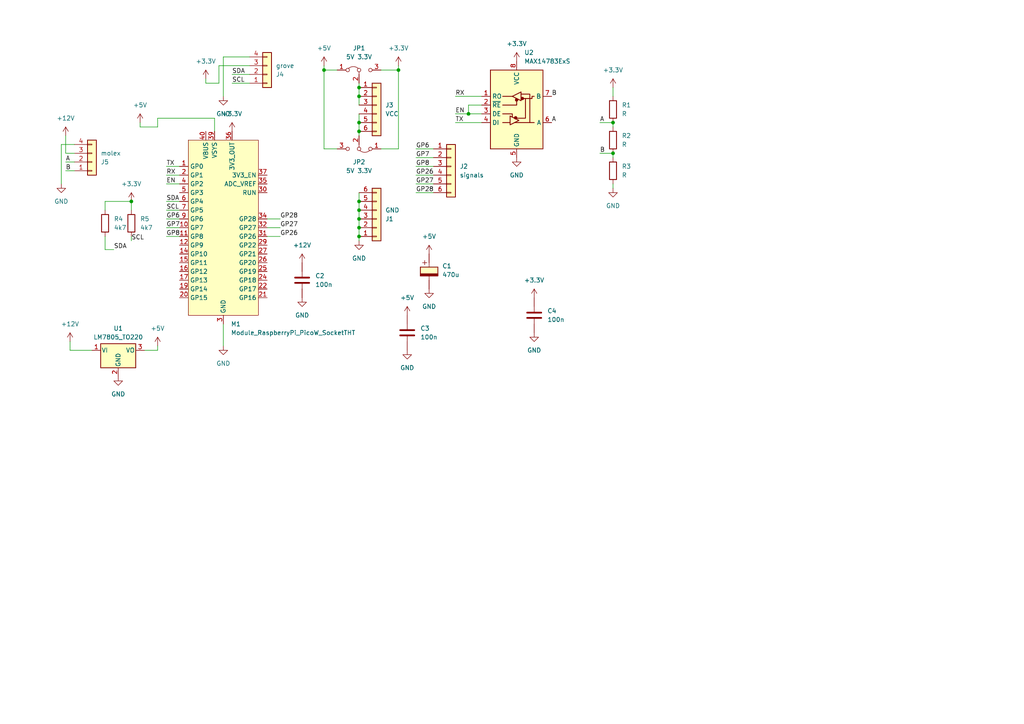
<source format=kicad_sch>
(kicad_sch (version 20230121) (generator eeschema)
  (paper "A4")
  (lib_symbols
    (symbol "Connector_Generic:Conn_01x04" (pin_names (offset 1.016) hide)
      (property "Reference" "J" (at 0 5.08 0))
      (property "Value" "Conn_01x04" (at 0 -7.62 0))
      (symbol "Conn_01x04_1_1"
        (rectangle (start -1.27 -4.953) (end 0 -5.207) (stroke (width 0.1524)))
        (rectangle (start -1.27 -2.413) (end 0 -2.667) (stroke (width 0.1524)))
        (rectangle (start -1.27 0.127) (end 0 -0.127) (stroke (width 0.1524)))
        (rectangle (start -1.27 2.667) (end 0 2.413) (stroke (width 0.1524)))
        (rectangle (start -1.27 3.81) (end 1.27 -6.35) (stroke (width 0.254)) (fill (type background)))
        (pin passive line (at -5.08 2.54 0) (length 3.81) (name "Pin_1") (number "1"))
        (pin passive line (at -5.08 0 0) (length 3.81) (name "Pin_2") (number "2"))
        (pin passive line (at -5.08 -2.54 0) (length 3.81) (name "Pin_3") (number "3"))
        (pin passive line (at -5.08 -5.08 0) (length 3.81) (name "Pin_4") (number "4"))
      )
    )
    (symbol "Connector_Generic:Conn_01x06" (pin_names (offset 1.016) hide)
      (property "Reference" "J" (at 0 7.62 0))
      (property "Value" "Conn_01x06" (at 0 -10.16 0))
      (symbol "Conn_01x06_1_1"
        (rectangle (start -1.27 -7.493) (end 0 -7.747) (stroke (width 0.1524)))
        (rectangle (start -1.27 -4.953) (end 0 -5.207) (stroke (width 0.1524)))
        (rectangle (start -1.27 -2.413) (end 0 -2.667) (stroke (width 0.1524)))
        (rectangle (start -1.27 0.127) (end 0 -0.127) (stroke (width 0.1524)))
        (rectangle (start -1.27 2.667) (end 0 2.413) (stroke (width 0.1524)))
        (rectangle (start -1.27 5.207) (end 0 4.953) (stroke (width 0.1524)))
        (rectangle (start -1.27 6.35) (end 1.27 -8.89) (stroke (width 0.254)) (fill (type background)))
        (pin passive line (at -5.08 5.08 0) (length 3.81) (name "Pin_1") (number "1"))
        (pin passive line (at -5.08 2.54 0) (length 3.81) (name "Pin_2") (number "2"))
        (pin passive line (at -5.08 0 0) (length 3.81) (name "Pin_3") (number "3"))
        (pin passive line (at -5.08 -2.54 0) (length 3.81) (name "Pin_4") (number "4"))
        (pin passive line (at -5.08 -5.08 0) (length 3.81) (name "Pin_5") (number "5"))
        (pin passive line (at -5.08 -7.62 0) (length 3.81) (name "Pin_6") (number "6"))
      )
    )
    (symbol "Device:R" (pin_numbers hide) (pin_names (offset 0))
      (property "Reference" "R" (at 2.032 0 90))
      (property "Value" "R" (at 0 0 90))
      (symbol "R_0_1"
        (rectangle (start -1.016 -2.54) (end 1.016 2.54) (stroke (width 0.254)))
      )
      (symbol "R_1_1"
        (pin passive line (at 0 3.81 270) (length 1.27) (name "~") (number "1"))
        (pin passive line (at 0 -3.81 90) (length 1.27) (name "~") (number "2"))
      )
    )
    (symbol "Interface_UART:MAX14783ExS"
      (property "Reference" "U" (at -6.096 11.43 0))
      (property "Value" "MAX14783ExS" (at 0.762 11.43 0))
      (symbol "MAX14783ExS_0_1"
        (rectangle (start -7.62 10.16) (end 7.62 -12.7) (stroke (width 0.254)) (fill (type background)))
        (circle (center -0.3048 -3.683) (radius 0.3556) (stroke (width 0.254)) (fill (type outline)))
        (circle (center -0.0254 1.4986) (radius 0.3556) (stroke (width 0.254)) (fill (type outline)))
        (polyline (pts (xy -4.064 -5.08) (xy -1.905 -5.08)) (stroke (width 0.254)))
        (polyline (pts (xy -4.064 2.54) (xy -1.27 2.54)) (stroke (width 0.254)))
        (polyline (pts (xy -1.27 -3.2004) (xy -1.27 -3.4544)) (stroke (width 0.254)))
        (polyline (pts (xy -0.635 -5.08) (xy 5.08 -5.08)) (stroke (width 0.254)))
        (polyline (pts (xy -4.064 -2.54) (xy -1.27 -2.54) (xy -1.27 -3.175)) (stroke (width 0.254)))
        (polyline (pts (xy 0 1.27) (xy 0 0) (xy -4.064 0)) (stroke (width 0.254)))
        (polyline (pts (xy 1.27 3.175) (xy 3.81 3.175) (xy 3.81 -5.08)) (stroke (width 0.254)))
        (polyline (pts (xy 2.54 1.905) (xy 2.54 -3.81) (xy 0 -3.81)) (stroke (width 0.254)))
        (polyline (pts (xy -1.905 -3.175) (xy -1.905 -5.715) (xy 0.635 -4.445) (xy -1.905 -3.175)) (stroke (width 0.254)))
        (polyline (pts (xy -1.27 2.54) (xy 1.27 3.81) (xy 1.27 1.27) (xy -1.27 2.54)) (stroke (width 0.254)))
        (polyline (pts (xy 1.905 1.905) (xy 4.445 1.905) (xy 4.445 2.54) (xy 5.08 2.54)) (stroke (width 0.254)))
        (rectangle (start 1.27 3.175) (end 1.27 3.175))
        (circle (center 1.651 1.905) (radius 0.3556) (stroke (width 0.254)) (fill (type outline)))
      )
      (symbol "MAX14783ExS_1_1"
        (pin output line (at -10.16 2.54 0) (length 2.54) (name "RO") (number "1"))
        (pin input line (at -10.16 0 0) (length 2.54) (name "~{RE}") (number "2"))
        (pin input line (at -10.16 -2.54 0) (length 2.54) (name "DE") (number "3"))
        (pin input line (at -10.16 -5.08 0) (length 2.54) (name "DI") (number "4"))
        (pin power_in line (at 0 -15.24 90) (length 2.54) (name "GND") (number "5"))
        (pin bidirectional line (at 10.16 -5.08 180) (length 2.54) (name "A") (number "6"))
        (pin bidirectional line (at 10.16 2.54 180) (length 2.54) (name "B") (number "7"))
        (pin power_in line (at 0 12.7 270) (length 2.54) (name "VCC") (number "8"))
      )
    )
    (symbol "Jumper:Jumper_3_Bridged12" (pin_names (offset 0) hide)
      (property "Reference" "JP" (at -2.54 -2.54 0))
      (property "Value" "Jumper_3_Bridged12" (at 0 2.794 0))
      (symbol "Jumper_3_Bridged12_0_0"
        (circle (center -3.302 0) (radius 0.508))
        (circle (center 0 0) (radius 0.508))
        (circle (center 3.302 0) (radius 0.508))
      )
      (symbol "Jumper_3_Bridged12_0_1"
        (arc (start -0.254 0.508) (mid -1.651 0.9912) (end -3.048 0.508))
        (polyline (pts (xy 0 -1.27) (xy 0 -0.508)))
      )
      (symbol "Jumper_3_Bridged12_1_1"
        (pin passive line (at -6.35 0 0) (length 2.54) (name "A") (number "1"))
        (pin passive line (at 0 -3.81 90) (length 2.54) (name "C") (number "2"))
        (pin passive line (at 6.35 0 180) (length 2.54) (name "B") (number "3"))
      )
    )
    (symbol "Regulator_Linear:LM7805_TO220" (pin_names (offset 0.254))
      (property "Reference" "U" (at -3.81 3.175 0))
      (property "Value" "LM7805_TO220" (at 0 3.175 0))
      (symbol "LM7805_TO220_0_1"
        (rectangle (start -5.08 1.905) (end 5.08 -5.08) (stroke (width 0.254)) (fill (type background)))
      )
      (symbol "LM7805_TO220_1_1"
        (pin power_in line (at -7.62 0 0) (length 2.54) (name "VI") (number "1"))
        (pin power_in line (at 0 -7.62 90) (length 2.54) (name "GND") (number "2"))
        (pin power_out line (at 7.62 0 180) (length 2.54) (name "VO") (number "3"))
      )
    )
    (symbol "fab:CP_Elec_D8.0mm" (pin_numbers hide)
      (property "Reference" "C" (at 1.27 2.54 0))
      (property "Value" "CP_Elec_D8.0mm" (at 1.27 -2.54 0))
      (symbol "CP_Elec_D8.0mm_0_1"
        (rectangle (start -2.54 -0.635) (end 2.54 -1.27) (fill (type outline)))
        (polyline (pts (xy -1.27 1.905) (xy -1.27 3.175)))
        (polyline (pts (xy -0.635 2.54) (xy -1.905 2.54)))
        (polyline (pts (xy 0 -1.27) (xy 0 -2.54)))
        (polyline (pts (xy 0 2.54) (xy 0 1.27)))
        (polyline (pts (xy -2.54 -1.27) (xy -2.54 1.27) (xy 2.54 1.27) (xy 2.54 -1.27) (xy -2.54 -1.27)) (stroke (width 0.254)) (fill (type background)))
      )
      (symbol "CP_Elec_D8.0mm_1_1"
        (pin passive line (at 0 5.08 270) (length 2.54) (name "~") (number "1"))
        (pin passive line (at 0 -5.08 90) (length 2.54) (name "~") (number "2"))
      )
    )
    (symbol "fab:C_1206" (pin_numbers hide)
      (property "Reference" "C" (at 0.635 2.54 0))
      (property "Value" "C_1206" (at 0.635 -2.54 0))
      (symbol "C_1206_0_1"
        (polyline (pts (xy -2.032 -0.762) (xy 2.032 -0.762)) (stroke (width 0.508)))
        (polyline (pts (xy -2.032 0.762) (xy 2.032 0.762)) (stroke (width 0.508)))
        (polyline (pts (xy 0 -0.635) (xy 0 -2.54)))
        (polyline (pts (xy 0 0.635) (xy 0 2.54)))
      )
      (symbol "C_1206_1_1"
        (pin passive line (at 0 5.08 270) (length 2.54) (name "~") (number "1"))
        (pin passive line (at 0 -5.08 90) (length 2.54) (name "~") (number "2"))
      )
    )
    (symbol "fab:Module_RaspberryPi_PicoW_SocketTHT"
      (property "Reference" "M" (at 0 0 0))
      (property "Value" "Module_RaspberryPi_PicoW_SocketTHT" (at 0 0 0))
      (symbol "Module_RaspberryPi_PicoW_SocketTHT_1_1"
        (rectangle (start -10.16 25.4) (end 10.16 -25.4) (fill (type background)))
        (pin bidirectional line (at -12.7 17.78 0) (length 2.54) (name "GP0") (number "1"))
        (pin bidirectional line (at -12.7 0 0) (length 2.54) (name "GP7") (number "10"))
        (pin bidirectional line (at -12.7 -2.54 0) (length 2.54) (name "GP8") (number "11"))
        (pin bidirectional line (at -12.7 -5.08 0) (length 2.54) (name "GP9") (number "12"))
        (pin passive line (at 0 -27.94 90) (length 2.54) hide (name "GND") (number "13"))
        (pin bidirectional line (at -12.7 -7.62 0) (length 2.54) (name "GP10") (number "14"))
        (pin bidirectional line (at -12.7 -10.16 0) (length 2.54) (name "GP11") (number "15"))
        (pin bidirectional line (at -12.7 -12.7 0) (length 2.54) (name "GP12") (number "16"))
        (pin bidirectional line (at -12.7 -15.24 0) (length 2.54) (name "GP13") (number "17"))
        (pin passive line (at 0 -27.94 90) (length 2.54) hide (name "GND") (number "18"))
        (pin bidirectional line (at -12.7 -17.78 0) (length 2.54) (name "GP14") (number "19"))
        (pin bidirectional line (at -12.7 15.24 0) (length 2.54) (name "GP1") (number "2"))
        (pin bidirectional line (at -12.7 -20.32 0) (length 2.54) (name "GP15") (number "20"))
        (pin bidirectional line (at 12.7 -20.32 180) (length 2.54) (name "GP16") (number "21"))
        (pin bidirectional line (at 12.7 -17.78 180) (length 2.54) (name "GP17") (number "22"))
        (pin passive line (at 0 -27.94 90) (length 2.54) hide (name "GND") (number "23"))
        (pin bidirectional line (at 12.7 -15.24 180) (length 2.54) (name "GP18") (number "24"))
        (pin bidirectional line (at 12.7 -12.7 180) (length 2.54) (name "GP19") (number "25"))
        (pin bidirectional line (at 12.7 -10.16 180) (length 2.54) (name "GP20") (number "26"))
        (pin bidirectional line (at 12.7 -7.62 180) (length 2.54) (name "GP21") (number "27"))
        (pin passive line (at 0 -27.94 90) (length 2.54) hide (name "GND") (number "28"))
        (pin bidirectional line (at 12.7 -5.08 180) (length 2.54) (name "GP22") (number "29"))
        (pin power_in line (at 0 -27.94 90) (length 2.54) (name "GND") (number "3"))
        (pin input line (at 12.7 10.16 180) (length 2.54) (name "RUN") (number "30"))
        (pin bidirectional line (at 12.7 -2.54 180) (length 2.54) (name "GP26") (number "31"))
        (pin bidirectional line (at 12.7 0 180) (length 2.54) (name "GP27") (number "32"))
        (pin passive line (at 0 -27.94 90) (length 2.54) hide (name "GND") (number "33"))
        (pin bidirectional line (at 12.7 2.54 180) (length 2.54) (name "GP28") (number "34"))
        (pin input line (at 12.7 12.7 180) (length 2.54) (name "ADC_VREF") (number "35"))
        (pin power_in line (at 2.54 27.94 270) (length 2.54) (name "3V3_OUT") (number "36"))
        (pin input line (at 12.7 15.24 180) (length 2.54) (name "3V3_EN") (number "37"))
        (pin passive line (at 0 -27.94 90) (length 2.54) hide (name "GND") (number "38"))
        (pin power_in line (at -2.54 27.94 270) (length 2.54) (name "VSYS") (number "39"))
        (pin bidirectional line (at -12.7 12.7 0) (length 2.54) (name "GP2") (number "4"))
        (pin power_in line (at -5.08 27.94 270) (length 2.54) (name "VBUS") (number "40"))
        (pin bidirectional line (at -12.7 10.16 0) (length 2.54) (name "GP3") (number "5"))
        (pin bidirectional line (at -12.7 7.62 0) (length 2.54) (name "GP4") (number "6"))
        (pin bidirectional line (at -12.7 5.08 0) (length 2.54) (name "GP5") (number "7"))
        (pin passive line (at 0 -27.94 90) (length 2.54) hide (name "GND") (number "8"))
        (pin bidirectional line (at -12.7 2.54 0) (length 2.54) (name "GP6") (number "9"))
      )
    )
    (symbol "power:+12V" (power) (pin_names (offset 0))
      (property "Value" "+12V" (at 0 3.556 0))
      (symbol "+12V_0_1"
        (polyline (pts (xy -0.762 1.27) (xy 0 2.54)))
        (polyline (pts (xy 0 0) (xy 0 2.54)))
        (polyline (pts (xy 0 2.54) (xy 0.762 1.27)))
      )
      (symbol "+12V_1_1"
        (pin power_in line (at 0 0 90) (length 0) hide (name "+12V") (number "1"))
      )
    )
    (symbol "power:+3.3V" (power) (pin_names (offset 0))
      (property "Value" "+3.3V" (at 0 3.556 0))
      (symbol "+3.3V_0_1"
        (polyline (pts (xy -0.762 1.27) (xy 0 2.54)))
        (polyline (pts (xy 0 0) (xy 0 2.54)))
        (polyline (pts (xy 0 2.54) (xy 0.762 1.27)))
      )
      (symbol "+3.3V_1_1"
        (pin power_in line (at 0 0 90) (length 0) hide (name "+3.3V") (number "1"))
      )
    )
    (symbol "power:+5V" (power) (pin_names (offset 0))
      (property "Value" "+5V" (at 0 3.556 0))
      (symbol "+5V_0_1"
        (polyline (pts (xy -0.762 1.27) (xy 0 2.54)))
        (polyline (pts (xy 0 0) (xy 0 2.54)))
        (polyline (pts (xy 0 2.54) (xy 0.762 1.27)))
      )
      (symbol "+5V_1_1"
        (pin power_in line (at 0 0 90) (length 0) hide (name "+5V") (number "1"))
      )
    )
    (symbol "power:GND" (power) (pin_names (offset 0))
      (property "Value" "GND" (at 0 -3.81 0))
      (symbol "GND_0_1"
        (polyline (pts (xy 0 0) (xy 0 -1.27) (xy 1.27 -1.27) (xy 0 -2.54) (xy -1.27 -1.27) (xy 0 -1.27)))
      )
      (symbol "GND_1_1"
        (pin power_in line (at 0 0 270) (length 0) hide (name "GND") (number "1"))
      )
    )
  )
  (junction (at 104.14 58.42))
  (junction (at 115.57 20.32))
  (junction (at 93.98 20.32))
  (junction (at 38.1 58.42))
  (junction (at 104.14 27.94))
  (junction (at 177.8 35.56))
  (junction (at 104.14 35.56))
  (junction (at 104.14 63.5))
  (junction (at 104.14 25.4))
  (junction (at 104.14 66.04))
  (junction (at 104.14 38.1))
  (junction (at 135.89 33.02))
  (junction (at 104.14 60.96))
  (junction (at 177.8 44.45))
  (junction (at 104.14 68.58))
  (wire (pts (xy 104.14 55.88) (xy 104.14 58.42)))
  (wire (pts (xy 67.31 24.13) (xy 72.39 24.13)))
  (wire (pts (xy 77.47 63.5) (xy 81.28 63.5)))
  (wire (pts (xy 19.05 46.99) (xy 21.59 46.99)))
  (wire (pts (xy 120.65 48.26) (xy 125.73 48.26)))
  (wire (pts (xy 120.65 45.72) (xy 125.73 45.72)))
  (wire (pts (xy 173.99 44.45) (xy 177.8 44.45)))
  (wire (pts (xy 26.67 101.6) (xy 20.32 101.6)))
  (wire (pts (xy 48.26 58.42) (xy 52.07 58.42)))
  (wire (pts (xy 132.08 27.94) (xy 139.7 27.94)))
  (wire (pts (xy 135.89 30.48) (xy 139.7 30.48)))
  (wire (pts (xy 30.48 58.42) (xy 38.1 58.42)))
  (wire (pts (xy 104.14 60.96) (xy 104.14 63.5)))
  (wire (pts (xy 30.48 68.58) (xy 30.48 72.39)))
  (wire (pts (xy 19.05 49.53) (xy 21.59 49.53)))
  (wire (pts (xy 17.78 41.91) (xy 17.78 53.34)))
  (wire (pts (xy 40.64 35.56) (xy 40.64 36.83)))
  (wire (pts (xy 64.77 16.51) (xy 72.39 16.51)))
  (wire (pts (xy 115.57 43.18) (xy 115.57 20.32)))
  (wire (pts (xy 45.72 34.29) (xy 62.23 34.29)))
  (wire (pts (xy 173.99 35.56) (xy 177.8 35.56)))
  (wire (pts (xy 77.47 68.58) (xy 81.28 68.58)))
  (wire (pts (xy 97.79 20.32) (xy 93.98 20.32)))
  (wire (pts (xy 120.65 43.18) (xy 125.73 43.18)))
  (wire (pts (xy 19.05 39.37) (xy 19.05 44.45)))
  (wire (pts (xy 120.65 50.8) (xy 125.73 50.8)))
  (wire (pts (xy 104.14 27.94) (xy 104.14 30.48)))
  (wire (pts (xy 21.59 44.45) (xy 19.05 44.45)))
  (wire (pts (xy 110.49 20.32) (xy 115.57 20.32)))
  (wire (pts (xy 48.26 63.5) (xy 52.07 63.5)))
  (wire (pts (xy 104.14 24.13) (xy 104.14 25.4)))
  (wire (pts (xy 93.98 20.32) (xy 93.98 43.18)))
  (wire (pts (xy 77.47 66.04) (xy 81.28 66.04)))
  (wire (pts (xy 177.8 35.56) (xy 177.8 36.83)))
  (wire (pts (xy 104.14 35.56) (xy 104.14 38.1)))
  (wire (pts (xy 45.72 100.33) (xy 45.72 101.6)))
  (wire (pts (xy 45.72 36.83) (xy 40.64 36.83)))
  (wire (pts (xy 48.26 53.34) (xy 52.07 53.34)))
  (wire (pts (xy 177.8 53.34) (xy 177.8 54.61)))
  (wire (pts (xy 104.14 58.42) (xy 104.14 60.96)))
  (wire (pts (xy 64.77 93.98) (xy 64.77 100.33)))
  (wire (pts (xy 67.31 21.59) (xy 72.39 21.59)))
  (wire (pts (xy 59.69 22.86) (xy 59.69 24.13)))
  (wire (pts (xy 115.57 19.05) (xy 115.57 20.32)))
  (wire (pts (xy 20.32 99.06) (xy 20.32 101.6)))
  (wire (pts (xy 48.26 48.26) (xy 52.07 48.26)))
  (wire (pts (xy 63.5 24.13) (xy 63.5 19.05)))
  (wire (pts (xy 177.8 44.45) (xy 177.8 45.72)))
  (wire (pts (xy 135.89 33.02) (xy 139.7 33.02)))
  (wire (pts (xy 63.5 19.05) (xy 72.39 19.05)))
  (wire (pts (xy 30.48 60.96) (xy 30.48 58.42)))
  (wire (pts (xy 110.49 43.18) (xy 115.57 43.18)))
  (wire (pts (xy 104.14 33.02) (xy 104.14 35.56)))
  (wire (pts (xy 48.26 60.96) (xy 52.07 60.96)))
  (wire (pts (xy 104.14 68.58) (xy 104.14 69.85)))
  (wire (pts (xy 45.72 34.29) (xy 45.72 36.83)))
  (wire (pts (xy 177.8 25.4) (xy 177.8 27.94)))
  (wire (pts (xy 41.91 101.6) (xy 45.72 101.6)))
  (wire (pts (xy 62.23 38.1) (xy 62.23 34.29)))
  (wire (pts (xy 104.14 25.4) (xy 104.14 27.94)))
  (wire (pts (xy 64.77 27.94) (xy 64.77 16.51)))
  (wire (pts (xy 38.1 58.42) (xy 38.1 60.96)))
  (wire (pts (xy 120.65 53.34) (xy 125.73 53.34)))
  (wire (pts (xy 59.69 24.13) (xy 63.5 24.13)))
  (wire (pts (xy 38.1 68.58) (xy 38.1 69.85)))
  (wire (pts (xy 120.65 55.88) (xy 125.73 55.88)))
  (wire (pts (xy 132.08 33.02) (xy 135.89 33.02)))
  (wire (pts (xy 30.48 72.39) (xy 33.02 72.39)))
  (wire (pts (xy 132.08 35.56) (xy 139.7 35.56)))
  (wire (pts (xy 93.98 19.05) (xy 93.98 20.32)))
  (wire (pts (xy 104.14 66.04) (xy 104.14 68.58)))
  (wire (pts (xy 104.14 38.1) (xy 104.14 39.37)))
  (wire (pts (xy 21.59 41.91) (xy 17.78 41.91)))
  (wire (pts (xy 104.14 63.5) (xy 104.14 66.04)))
  (wire (pts (xy 93.98 43.18) (xy 97.79 43.18)))
  (wire (pts (xy 135.89 30.48) (xy 135.89 33.02)))
  (wire (pts (xy 48.26 68.58) (xy 52.07 68.58)))
  (wire (pts (xy 48.26 50.8) (xy 52.07 50.8)))
  (wire (pts (xy 48.26 66.04) (xy 52.07 66.04)))
  (label "A" (at 173.99 35.56 0))
  (label "SDA" (at 33.02 72.39 0))
  (label "RX" (at 132.08 27.94 0))
  (label "EN" (at 132.08 33.02 0))
  (label "GP26" (at 81.28 68.58 0))
  (label "TX" (at 132.08 35.56 0))
  (label "GP28" (at 120.65 55.88 0))
  (label "A" (at 19.05 46.99 0))
  (label "GP6" (at 120.65 43.18 0))
  (label "GP27" (at 120.65 53.34 0))
  (label "B" (at 19.05 49.53 0))
  (label "GP7" (at 48.26 66.04 0))
  (label "B" (at 160.02 27.94 0))
  (label "SCL" (at 67.31 24.13 0))
  (label "A" (at 160.02 35.56 0))
  (label "TX" (at 48.26 48.26 0))
  (label "GP8" (at 120.65 48.26 0))
  (label "RX" (at 48.26 50.8 0))
  (label "SDA" (at 48.26 58.42 0))
  (label "GP27" (at 81.28 66.04 0))
  (label "GP7" (at 120.65 45.72 0))
  (label "GP28" (at 81.28 63.5 0))
  (label "SDA" (at 67.31 21.59 0))
  (label "SCL" (at 48.26 60.96 0))
  (label "GP26" (at 120.65 50.8 0))
  (label "SCL" (at 38.1 69.85 0))
  (label "GP8" (at 48.26 68.58 0))
  (label "EN" (at 48.26 53.34 0))
  (label "B" (at 173.99 44.45 0))
  (label "GP6" (at 48.26 63.5 0))
  (symbol (lib_id "fab:C_1206") (at 87.63 81.28 0) (unit 1)
    (property "Reference" "C2" (at 91.44 80.01 0) (effects (justify left)))
    (property "Value" "100n" (at 91.44 82.55 0) (effects (justify left)))
    (property "Footprint" "Capacitor_SMD:C_0603_1608Metric_Pad1.08x0.95mm_HandSolder" (effects hide))
    (property "Datasheet" "https://www.yageo.com/upload/media/product/productsearch/datasheet/mlcc/UPY-GP_NP0_16V-to-50V_18.pdf" (effects hide))
  )
  (symbol (lib_id "power:GND") (at 124.46 83.82 0) (unit 1)
    (property "Reference" "#PWR05" (effects hide))
    (property "Value" "GND" (at 124.46 88.9 0))
  )
  (symbol (lib_id "power:+5V") (at 118.11 91.44 0) (unit 1)
    (property "Reference" "#PWR018" (effects hide))
    (property "Value" "+5V" (at 118.11 86.36 0))
  )
  (symbol (lib_id "power:+12V") (at 19.05 39.37 0) (unit 1)
    (property "Reference" "#PWR014" (effects hide))
    (property "Value" "+12V" (at 19.05 34.29 0))
  )
  (symbol (lib_id "Device:R") (at 177.8 40.64 0) (unit 1)
    (property "Reference" "R2" (at 180.34 39.37 0) (effects (justify left)))
    (property "Value" "R" (at 180.34 41.91 0) (effects (justify left)))
    (property "Footprint" "Resistor_SMD:R_0603_1608Metric_Pad0.98x0.95mm_HandSolder" (effects hide))
  )
  (symbol (lib_id "power:+5V") (at 40.64 35.56 0) (unit 1)
    (property "Reference" "#PWR020" (effects hide))
    (property "Value" "+5V" (at 40.64 30.48 0))
  )
  (symbol (lib_id "fab:CP_Elec_D8.0mm") (at 124.46 78.74 0) (unit 1)
    (property "Reference" "C1" (at 128.27 77.1525 0) (effects (justify left)))
    (property "Value" "470u" (at 128.27 79.6925 0) (effects (justify left)))
    (property "Footprint" "fab:CP_Elec_D8.0mm" (effects hide))
    (property "Datasheet" "https://na.industrial.panasonic.com/file-download/19641" (effects hide))
  )
  (symbol (lib_id "power:+3.3V") (at 67.31 38.1 0) (unit 1)
    (property "Reference" "#PWR013" (effects hide))
    (property "Value" "+3.3V" (at 67.31 33.02 0))
  )
  (symbol (lib_id "power:+12V") (at 87.63 76.2 0) (unit 1)
    (property "Reference" "#PWR019" (effects hide))
    (property "Value" "+12V" (at 87.63 71.12 0))
  )
  (symbol (lib_id "Connector_Generic:Conn_01x06") (at 109.22 30.48 0) (unit 1)
    (property "Reference" "J3" (at 111.76 30.48 0) (effects (justify left)))
    (property "Value" "VCC" (at 111.76 33.02 0) (effects (justify left)))
    (property "Footprint" "Connector_PinHeader_2.54mm:PinHeader_1x06_P2.54mm_Vertical" (effects hide))
  )
  (symbol (lib_id "power:+3.3V") (at 115.57 19.05 0) (unit 1)
    (property "Reference" "#PWR02" (effects hide))
    (property "Value" "+3.3V" (at 115.57 13.97 0))
  )
  (symbol (lib_id "power:GND") (at 177.8 54.61 0) (unit 1)
    (property "Reference" "#PWR024" (effects hide))
    (property "Value" "GND" (at 177.8 59.69 0))
  )
  (symbol (lib_id "power:GND") (at 64.77 100.33 0) (unit 1)
    (property "Reference" "#PWR03" (effects hide))
    (property "Value" "GND" (at 64.77 105.41 0))
  )
  (symbol (lib_id "power:+3.3V") (at 149.86 17.78 0) (unit 1)
    (property "Reference" "#PWR022" (effects hide))
    (property "Value" "+3.3V" (at 149.86 12.7 0))
  )
  (symbol (lib_id "power:GND") (at 34.29 109.22 0) (unit 1)
    (property "Reference" "#PWR07" (effects hide))
    (property "Value" "GND" (at 34.29 114.3 0))
  )
  (symbol (lib_id "power:GND") (at 149.86 45.72 0) (unit 1)
    (property "Reference" "#PWR021" (effects hide))
    (property "Value" "GND" (at 149.86 50.8 0))
  )
  (symbol (lib_id "power:GND") (at 104.14 69.85 0) (unit 1)
    (property "Reference" "#PWR08" (effects hide))
    (property "Value" "GND" (at 104.14 74.93 0))
  )
  (symbol (lib_id "fab:C_1206") (at 118.11 96.52 0) (unit 1)
    (property "Reference" "C3" (at 121.92 95.25 0) (effects (justify left)))
    (property "Value" "100n" (at 121.92 97.79 0) (effects (justify left)))
    (property "Footprint" "Capacitor_SMD:C_0603_1608Metric_Pad1.08x0.95mm_HandSolder" (effects hide))
    (property "Datasheet" "https://www.yageo.com/upload/media/product/productsearch/datasheet/mlcc/UPY-GP_NP0_16V-to-50V_18.pdf" (effects hide))
  )
  (symbol (lib_id "power:+3.3V") (at 154.94 86.36 0) (unit 1)
    (property "Reference" "#PWR011" (effects hide))
    (property "Value" "+3.3V" (at 154.94 81.28 0))
  )
  (symbol (lib_id "power:+3.3V") (at 59.69 22.86 0) (unit 1)
    (property "Reference" "#PWR012" (effects hide))
    (property "Value" "+3.3V" (at 59.69 17.78 0))
  )
  (symbol (lib_id "power:+3.3V") (at 38.1 58.42 0) (unit 1)
    (property "Reference" "#PWR026" (effects hide))
    (property "Value" "+3.3V" (at 38.1 53.34 0))
  )
  (symbol (lib_id "Interface_UART:MAX14783ExS") (at 149.86 30.48 0) (unit 1)
    (property "Reference" "U2" (at 152.0541 15.24 0) (effects (justify left)))
    (property "Value" "MAX14783ExS" (at 152.0541 17.78 0) (effects (justify left)))
    (property "Footprint" "Package_SO:SOIC-8_3.9x4.9mm_P1.27mm" (effects hide))
    (property "Datasheet" "https://datasheets.maximintegrated.com/en/ds/MAX14783E.pdf" (effects hide))
  )
  (symbol (lib_id "Connector_Generic:Conn_01x06") (at 130.81 48.26 0) (unit 1)
    (property "Reference" "J2" (at 133.35 48.26 0) (effects (justify left)))
    (property "Value" "signals" (at 133.35 50.8 0) (effects (justify left)))
    (property "Footprint" "Connector_PinHeader_2.54mm:PinHeader_1x06_P2.54mm_Vertical" (effects hide))
  )
  (symbol (lib_id "power:+5V") (at 124.46 73.66 0) (unit 1)
    (property "Reference" "#PWR017" (effects hide))
    (property "Value" "+5V" (at 124.46 68.58 0))
  )
  (symbol (lib_id "power:+3.3V") (at 177.8 25.4 0) (unit 1)
    (property "Reference" "#PWR025" (effects hide))
    (property "Value" "+3.3V" (at 177.8 20.32 0))
  )
  (symbol (lib_id "Device:R") (at 38.1 64.77 0) (unit 1)
    (property "Reference" "R5" (at 40.64 63.5 0) (effects (justify left)))
    (property "Value" "4k7" (at 40.64 66.04 0) (effects (justify left)))
    (property "Footprint" "Resistor_SMD:R_0603_1608Metric_Pad0.98x0.95mm_HandSolder" (effects hide))
  )
  (symbol (lib_id "power:GND") (at 64.77 27.94 0) (unit 1)
    (property "Reference" "#PWR010" (effects hide))
    (property "Value" "GND" (at 64.77 33.02 0))
  )
  (symbol (lib_id "Connector_Generic:Conn_01x06") (at 109.22 63.5 0) (mirror x) (unit 1)
    (property "Reference" "J1" (at 111.76 63.5 0) (effects (justify left)))
    (property "Value" "GND" (at 111.76 60.96 0) (effects (justify left)))
    (property "Footprint" "Connector_PinHeader_2.54mm:PinHeader_1x06_P2.54mm_Horizontal" (effects hide))
  )
  (symbol (lib_id "power:GND") (at 17.78 53.34 0) (unit 1)
    (property "Reference" "#PWR09" (effects hide))
    (property "Value" "GND" (at 17.78 58.42 0))
  )
  (symbol (lib_id "Connector_Generic:Conn_01x04") (at 77.47 21.59 0) (mirror x) (unit 1)
    (property "Reference" "J4" (at 80.01 21.59 0) (effects (justify left)))
    (property "Value" "grove" (at 80.01 19.05 0) (effects (justify left)))
    (property "Footprint" "Connector_Molex:Molex_Micro-Latch_53253-0470_1x04_P2.00mm_Vertical" (effects hide))
  )
  (symbol (lib_id "power:GND") (at 118.11 101.6 0) (unit 1)
    (property "Reference" "#PWR06" (effects hide))
    (property "Value" "GND" (at 118.11 106.68 0))
  )
  (symbol (lib_id "power:GND") (at 87.63 86.36 0) (unit 1)
    (property "Reference" "#PWR04" (effects hide))
    (property "Value" "GND" (at 87.63 91.44 0))
  )
  (symbol (lib_id "Jumper:Jumper_3_Bridged12") (at 104.14 43.18 180) (unit 1)
    (property "Reference" "JP2" (at 104.14 46.99 0))
    (property "Value" "5V 3.3V" (at 104.14 49.53 0))
    (property "Footprint" "Jumper:SolderJumper-3_P1.3mm_Bridged2Bar12_RoundedPad1.0x1.5mm_NumberLabels" (effects hide))
  )
  (symbol (lib_id "power:GND") (at 154.94 96.52 0) (unit 1)
    (property "Reference" "#PWR023" (effects hide))
    (property "Value" "GND" (at 154.94 101.6 0))
  )
  (symbol (lib_id "Regulator_Linear:LM7805_TO220") (at 34.29 101.6 0) (unit 1)
    (property "Reference" "U1" (at 34.29 95.25 0))
    (property "Value" "LM7805_TO220" (at 34.29 97.79 0))
    (property "Footprint" "Package_TO_SOT_THT:TO-220-3_Vertical" (effects hide))
    (property "Datasheet" "https://www.onsemi.cn/PowerSolutions/document/MC7800-D.PDF" (effects hide))
  )
  (symbol (lib_id "power:+5V") (at 45.72 100.33 0) (unit 1)
    (property "Reference" "#PWR016" (effects hide))
    (property "Value" "+5V" (at 45.72 95.25 0))
  )
  (symbol (lib_id "Device:R") (at 177.8 31.75 0) (unit 1)
    (property "Reference" "R1" (at 180.34 30.48 0) (effects (justify left)))
    (property "Value" "R" (at 180.34 33.02 0) (effects (justify left)))
    (property "Footprint" "Resistor_SMD:R_0603_1608Metric_Pad0.98x0.95mm_HandSolder" (effects hide))
  )
  (symbol (lib_id "fab:C_1206") (at 154.94 91.44 0) (unit 1)
    (property "Reference" "C4" (at 158.75 90.17 0) (effects (justify left)))
    (property "Value" "100n" (at 158.75 92.71 0) (effects (justify left)))
    (property "Footprint" "Capacitor_SMD:C_0603_1608Metric_Pad1.08x0.95mm_HandSolder" (effects hide))
    (property "Datasheet" "https://www.yageo.com/upload/media/product/productsearch/datasheet/mlcc/UPY-GP_NP0_16V-to-50V_18.pdf" (effects hide))
  )
  (symbol (lib_id "Device:R") (at 30.48 64.77 0) (unit 1)
    (property "Reference" "R4" (at 33.02 63.5 0) (effects (justify left)))
    (property "Value" "4k7" (at 33.02 66.04 0) (effects (justify left)))
    (property "Footprint" "Resistor_SMD:R_0603_1608Metric_Pad0.98x0.95mm_HandSolder" (effects hide))
  )
  (symbol (lib_id "Jumper:Jumper_3_Bridged12") (at 104.14 20.32 0) (unit 1)
    (property "Reference" "JP1" (at 104.14 13.97 0))
    (property "Value" "5V 3.3V" (at 104.14 16.51 0))
    (property "Footprint" "Jumper:SolderJumper-3_P1.3mm_Bridged2Bar12_RoundedPad1.0x1.5mm_NumberLabels" (effects hide))
  )
  (symbol (lib_id "fab:Module_RaspberryPi_PicoW_SocketTHT") (at 64.77 66.04 0) (unit 1)
    (property "Reference" "M1" (at 66.9641 93.98 0) (effects (justify left)))
    (property "Value" "Module_RaspberryPi_PicoW_SocketTHT" (at 66.9641 96.52 0) (effects (justify left)))
    (property "Footprint" "fab:RaspberryPi_PicoW_SocketTHT" (effects hide))
    (property "Datasheet" "https://datasheets.raspberrypi.com/picow/pico-w-datasheet.pdf" (effects hide))
  )
  (symbol (lib_id "Connector_Generic:Conn_01x04") (at 26.67 46.99 0) (mirror x) (unit 1)
    (property "Reference" "J5" (at 29.21 46.99 0) (effects (justify left)))
    (property "Value" "molex" (at 29.21 44.45 0) (effects (justify left)))
    (property "Footprint" "Connector_Molex:Molex_SPOX_5267-04A_1x04_P2.50mm_Vertical" (effects hide))
  )
  (symbol (lib_id "power:+5V") (at 93.98 19.05 0) (unit 1)
    (property "Reference" "#PWR01" (effects hide))
    (property "Value" "+5V" (at 93.98 13.97 0))
  )
  (symbol (lib_id "power:+12V") (at 20.32 99.06 0) (unit 1)
    (property "Reference" "#PWR015" (effects hide))
    (property "Value" "+12V" (at 20.32 93.98 0))
  )
  (symbol (lib_id "Device:R") (at 177.8 49.53 0) (unit 1)
    (property "Reference" "R3" (at 180.34 48.26 0) (effects (justify left)))
    (property "Value" "R" (at 180.34 50.8 0) (effects (justify left)))
    (property "Footprint" "Resistor_SMD:R_0603_1608Metric_Pad0.98x0.95mm_HandSolder" (effects hide))
  )
)
</source>
